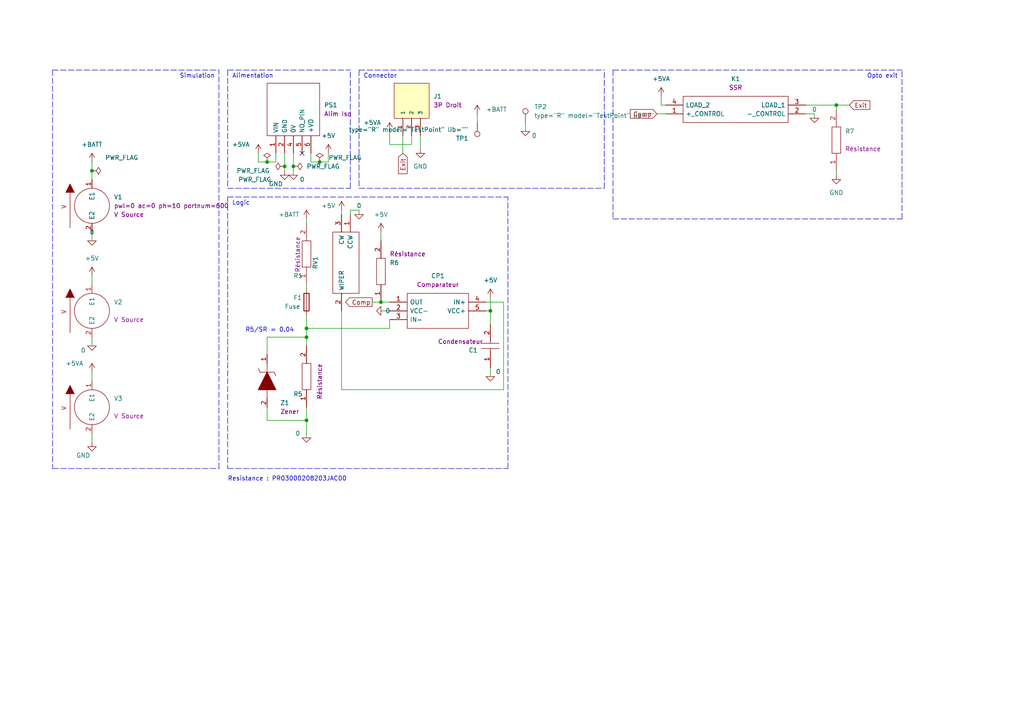
<source format=kicad_sch>
(kicad_sch (version 20211123) (generator eeschema)
  (paper "A4")
  (lib_symbols
    (symbol "Device:Fuse" (pin_numbers hide) (pin_names (offset 0))
      (property "Reference" "F" (at 2.032 0 90))
      (property "Value" "Fuse" (at -1.905 0 90))
      (symbol "Fuse_0_1"
        (rectangle (start -0.762 -2.54) (end 0.762 2.54) (stroke (width 0.254)))
        (polyline (pts (xy 0 2.54) (xy 0 -2.54)))
      )
      (symbol "Fuse_1_1"
        (pin passive line (at 0 3.81 270) (length 1.27) (name "~") (number "1"))
        (pin passive line (at 0 -3.81 90) (length 1.27) (name "~") (number "2"))
      )
    )
    (symbol "EPSA_lib:3P Droit 22-11-2032" (pin_names (offset 1.016))
      (property "Reference" "J" (at 6.35 7.62 0))
      (property "Render Name" "3P Droit" (at 0 6.35 0))
      (symbol "3P Droit 22-11-2032_0_0"
        (rectangle (start -5.08 -5.08) (end 5.08 5.08) (stroke (width 0.1524)) (fill (type background)))
        (pin passive line (at -10.16 2.54 0) (length 5.08) (name "1") (number "1"))
        (pin passive line (at -10.16 0 0) (length 5.08) (name "2") (number "2"))
        (pin passive line (at -10.16 -2.54 0) (length 5.08) (name "3") (number "3"))
      )
    )
    (symbol "EPSA_lib:Alim Iso PDM2-S5-S5-S" (pin_names (offset 0.762))
      (property "Reference" "PS" (at 21.59 6.35 0))
      (property "Render Name" "Alim Iso" (at 12.7 3.81 0))
      (symbol "Alim Iso PDM2-S5-S5-S_0_0"
        (pin passive line (at 0 0 0) (length 5.08) (name "VIN") (number "1"))
        (pin passive line (at 0 -2.54 0) (length 5.08) (name "GND") (number "2"))
        (pin passive line (at 0 -5.08 0) (length 5.08) (name "0V") (number "4"))
        (pin passive line (at 0 -7.62 0) (length 5.08) (name "NO_PIN") (number "5"))
        (pin passive line (at 0 -10.16 0) (length 5.08) (name "+VO") (number "6"))
      )
      (symbol "Alim Iso PDM2-S5-S5-S_0_1"
        (polyline (pts (xy 5.08 2.54) (xy 20.32 2.54) (xy 20.32 -12.7) (xy 5.08 -12.7) (xy 5.08 2.54)) (stroke (width 0.1524)))
      )
    )
    (symbol "EPSA_lib:Comparateur TS391ILT" (pin_names (offset 0.762))
      (property "Reference" "CP" (at 35.56 8.89 0))
      (property "Render Name" "Comparateur" (at 13.97 3.81 0))
      (symbol "Comparateur TS391ILT_0_0"
        (pin passive line (at 0 0 0) (length 5.08) (name "OUT") (number "1"))
        (pin passive line (at 0 -2.54 0) (length 5.08) (name "VCC-") (number "2"))
        (pin passive line (at 0 -5.08 0) (length 5.08) (name "IN-") (number "3"))
        (pin passive line (at 27.94 0 180) (length 5.08) (name "IN+") (number "4"))
        (pin passive line (at 27.94 -2.54 180) (length 5.08) (name "VCC+") (number "5"))
      )
      (symbol "Comparateur TS391ILT_0_1"
        (polyline (pts (xy 5.08 2.54) (xy 22.86 2.54) (xy 22.86 -7.62) (xy 5.08 -7.62) (xy 5.08 2.54)) (stroke (width 0.1524)))
      )
    )
    (symbol "EPSA_lib:Condensateur 0805Y1000104JXT" (pin_names (offset 0.762))
      (property "Reference" "C" (at 20.32 5.08 0))
      (property "Spice_Model" "10" (at 5.08 6.35 0))
      (property "Render Name" "Condensateur" (at 6.35 3.81 0))
      (symbol "Condensateur 0805Y1000104JXT_0_0"
        (pin passive line (at 0 0 0) (length 5.08) (name "~") (number "1"))
        (pin passive line (at 12.7 0 180) (length 5.08) (name "~") (number "2"))
      )
      (symbol "Condensateur 0805Y1000104JXT_0_1"
        (polyline (pts (xy 5.08 0) (xy 5.588 0)) (stroke (width 0.1524)))
        (polyline (pts (xy 5.588 2.54) (xy 5.588 -2.54)) (stroke (width 0.1524)))
        (polyline (pts (xy 7.112 0) (xy 7.62 0)) (stroke (width 0.1524)))
        (polyline (pts (xy 7.112 2.54) (xy 7.112 -2.54)) (stroke (width 0.1524)))
      )
    )
    (symbol "EPSA_lib:Résistance RK73H2BLTDD2152F" (pin_names (offset 0.762))
      (property "Reference" "R" (at 25.4 5.08 0))
      (property "Spice_Model" "10" (at 7.62 5.08 0))
      (property "Render Name" "Résistance" (at 8.89 2.54 0))
      (symbol "Résistance RK73H2BLTDD2152F_0_0"
        (pin passive line (at 0 0 0) (length 5.08) (name "~") (number "1"))
        (pin passive line (at 17.78 0 180) (length 5.08) (name "~") (number "2"))
      )
      (symbol "Résistance RK73H2BLTDD2152F_0_1"
        (polyline (pts (xy 5.08 1.27) (xy 12.7 1.27) (xy 12.7 -1.27) (xy 5.08 -1.27) (xy 5.08 1.27)) (stroke (width 0.1524)))
      )
    )
    (symbol "EPSA_lib:SSR CPC1394GR" (pin_names (offset 0.762))
      (property "Reference" "K" (at 48.26 7.62 0))
      (property "Render Name" "SSR" (at 19.05 3.81 0))
      (symbol "SSR CPC1394GR_0_0"
        (pin passive line (at 0 -2.54 0) (length 5.08) (name "+_CONTROL") (number "1"))
        (pin passive line (at 40.64 -2.54 180) (length 5.08) (name "-_CONTROL") (number "2"))
        (pin passive line (at 40.64 0 180) (length 5.08) (name "LOAD_1") (number "3"))
        (pin passive line (at 0 0 0) (length 5.08) (name "LOAD_2") (number "4"))
      )
      (symbol "SSR CPC1394GR_0_1"
        (polyline (pts (xy 5.08 2.54) (xy 35.56 2.54) (xy 35.56 -5.08) (xy 5.08 -5.08) (xy 5.08 2.54)) (stroke (width 0.1524)))
      )
    )
    (symbol "EPSA_lib:TestPoint" (pin_numbers hide) (pin_names (offset 0.762) hide)
      (property "Reference" "TP" (at 0 6.858 0))
      (property "Value" "TestPoint" (at 0 5.08 0))
      (symbol "TestPoint_0_1"
        (circle (center 0 3.302) (radius 0.762))
      )
      (symbol "TestPoint_1_1"
        (pin passive line (at 0 0 90) (length 2.54) (name "1") (number "1"))
      )
    )
    (symbol "EPSA_lib:VSOURCE" (pin_names (offset 1.016)) (in_bom no) (on_board no)
      (property "Reference" "V" (at 8.89 12.7 0))
      (property "Spice_Model" "dc 5" (at -1.27 12.7 0))
      (property "Render Name" "V Source" (at -1.27 10.16 0))
      (symbol "VSOURCE_0_1"
        (circle (center -1.27 0) (radius 5.08))
        (polyline (pts (xy -7.62 6.35) (xy 2.54 6.35)) (fill (type outline)))
        (polyline (pts (xy 2.54 7.62) (xy 5.08 6.35) (xy 2.54 5.08)) (fill (type outline)))
        (text "V" (at -1.524 8.128 0) (effects (font (size 1.27 1.27))))
      )
      (symbol "VSOURCE_1_1"
        (pin input line (at 6.35 0 180) (length 2.54) (name "E1") (number "1"))
        (pin input line (at -8.89 0 0) (length 2.54) (name "E2") (number "2"))
      )
    )
    (symbol "EPSA_lib:Varystor 3296Y-1-223LF" (pin_names (offset 0.762))
      (property "Reference" "RV" (at 34.29 7.62 0))
      (property "Render Name" "Varystor" (at 13.97 3.81 0))
      (symbol "Varystor 3296Y-1-223LF_0_0"
        (pin passive line (at 27.94 -2.54 180) (length 5.08) (name "CCW") (number "1"))
        (pin passive line (at 0 0 0) (length 5.08) (name "WIPER") (number "2"))
        (pin passive line (at 27.94 0 180) (length 5.08) (name "CW") (number "3"))
      )
      (symbol "Varystor 3296Y-1-223LF_0_1"
        (polyline (pts (xy 5.08 2.54) (xy 22.86 2.54) (xy 22.86 -5.08) (xy 5.08 -5.08) (xy 5.08 2.54)) (stroke (width 0.1524)))
      )
    )
    (symbol "EPSA_lib:Zener TZM5224B-GS08" (pin_names (offset 0.762))
      (property "Reference" "Z" (at 5.08 6.35 0))
      (property "Titre" "Zener" (at 6.35 3.81 0))
      (symbol "Zener TZM5224B-GS08_0_0"
        (pin passive line (at 0 0 0) (length 2.54) (name "~") (number "1"))
        (pin passive line (at 15.24 0 180) (length 2.54) (name "~") (number "2"))
      )
      (symbol "Zener TZM5224B-GS08_0_1"
        (polyline (pts (xy 2.54 0) (xy 5.08 0)) (stroke (width 0.1524)))
        (polyline (pts (xy 4.064 -2.54) (xy 5.08 -2.032)) (stroke (width 0.1524)))
        (polyline (pts (xy 5.08 2.032) (xy 5.08 -2.032)) (stroke (width 0.1524)))
        (polyline (pts (xy 5.08 2.032) (xy 6.096 2.54)) (stroke (width 0.1524)))
        (polyline (pts (xy 12.7 0) (xy 10.16 0)) (stroke (width 0.1524)))
        (polyline (pts (xy 5.08 0) (xy 10.16 2.54) (xy 10.16 -2.54) (xy 5.08 0)) (stroke (width 0.254)) (fill (type outline)))
      )
    )
    (symbol "power:+5V" (power) (pin_names (offset 0))
      (property "Value" "+5V" (at 0 3.556 0))
      (symbol "+5V_0_1"
        (polyline (pts (xy -0.762 1.27) (xy 0 2.54)))
        (polyline (pts (xy 0 0) (xy 0 2.54)))
        (polyline (pts (xy 0 2.54) (xy 0.762 1.27)))
      )
      (symbol "+5V_1_1"
        (pin power_in line (at 0 0 90) (length 0) hide (name "+5V") (number "1"))
      )
    )
    (symbol "power:+5VA" (power) (pin_names (offset 0))
      (property "Value" "+5VA" (at 0 3.556 0))
      (symbol "+5VA_0_1"
        (polyline (pts (xy -0.762 1.27) (xy 0 2.54)))
        (polyline (pts (xy 0 0) (xy 0 2.54)))
        (polyline (pts (xy 0 2.54) (xy 0.762 1.27)))
      )
      (symbol "+5VA_1_1"
        (pin power_in line (at 0 0 90) (length 0) hide (name "+5VA") (number "1"))
      )
    )
    (symbol "power:+BATT" (power) (pin_names (offset 0))
      (property "Value" "+BATT" (at 0 3.556 0))
      (symbol "+BATT_0_1"
        (polyline (pts (xy -0.762 1.27) (xy 0 2.54)))
        (polyline (pts (xy 0 0) (xy 0 2.54)))
        (polyline (pts (xy 0 2.54) (xy 0.762 1.27)))
      )
      (symbol "+BATT_1_1"
        (pin power_in line (at 0 0 90) (length 0) hide (name "+BATT") (number "1"))
      )
    )
    (symbol "power:GND" (power) (pin_names (offset 0))
      (property "Value" "GND" (at 0 -3.81 0))
      (symbol "GND_0_1"
        (polyline (pts (xy 0 0) (xy 0 -1.27) (xy 1.27 -1.27) (xy 0 -2.54) (xy -1.27 -1.27) (xy 0 -1.27)))
      )
      (symbol "GND_1_1"
        (pin power_in line (at 0 0 270) (length 0) hide (name "GND") (number "1"))
      )
    )
    (symbol "power:PWR_FLAG" (power) (pin_numbers hide) (pin_names (offset 0) hide)
      (property "Value" "PWR_FLAG" (at 0 3.81 0))
      (symbol "PWR_FLAG_0_0"
        (pin power_out line (at 0 0 90) (length 0) (name "pwr") (number "1"))
      )
      (symbol "PWR_FLAG_0_1"
        (polyline (pts (xy 0 0) (xy 0 1.27) (xy -1.016 1.905) (xy 0 2.54) (xy 1.016 1.905) (xy 0 1.27)))
      )
    )
    (symbol "pspice:0" (power) (pin_names (offset 0))
      (property "Value" "0" (at 0 -1.778 0))
      (symbol "0_0_1"
        (polyline (pts (xy -1.27 0) (xy 0 -1.27) (xy 1.27 0) (xy -1.27 0)))
      )
      (symbol "0_1_1"
        (pin power_in line (at 0 0 0) (length 0) hide (name "0") (number "1"))
      )
    )
  )
  (junction (at 26.67 49.53))
  (junction (at 110.49 87.63))
  (junction (at 85.09 48.26))
  (junction (at 88.9 121.92))
  (junction (at 142.24 90.17))
  (junction (at 77.47 46.99))
  (junction (at 92.71 46.99))
  (junction (at 88.9 95.25))
  (junction (at 242.57 30.48))
  (junction (at 82.55 48.26))
  (junction (at 88.9 97.79))
  (no_connect (at 87.63 44.45))
  (polyline (pts (xy 66.04 54.61) (xy 101.6 54.61)))
  (wire (pts (xy 113.03 95.25) (xy 113.03 92.71)))
  (polyline (pts (xy 66.04 135.89) (xy 147.32 135.89)))
  (wire (pts (xy 152.4 35.56) (xy 152.4 38.1)))
  (wire (pts (xy 88.9 95.25) (xy 88.9 97.79)))
  (wire (pts (xy 88.9 118.11) (xy 88.9 121.92)))
  (wire (pts (xy 85.09 44.45) (xy 85.09 48.26)))
  (wire (pts (xy 142.24 86.36) (xy 142.24 90.17)))
  (wire (pts (xy 88.9 91.44) (xy 88.9 95.25)))
  (wire (pts (xy 242.57 49.53) (xy 242.57 50.8)))
  (wire (pts (xy 146.05 113.03) (xy 146.05 87.63)))
  (wire (pts (xy 242.57 30.48) (xy 246.38 30.48)))
  (wire (pts (xy 95.25 44.45) (xy 95.25 46.99)))
  (wire (pts (xy 26.67 125.73) (xy 26.67 128.27)))
  (polyline (pts (xy 104.14 20.32) (xy 104.14 54.61)))
  (wire (pts (xy 26.67 97.79) (xy 26.67 100.33)))
  (polyline (pts (xy 177.8 20.32) (xy 177.8 63.5)))
  (wire (pts (xy 26.67 46.99) (xy 26.67 49.53)))
  (polyline (pts (xy 66.04 57.15) (xy 66.04 135.89)))
  (wire (pts (xy 146.05 87.63) (xy 140.97 87.63)))
  (wire (pts (xy 99.06 113.03) (xy 146.05 113.03)))
  (wire (pts (xy 99.06 90.17) (xy 99.06 113.03)))
  (wire (pts (xy 88.9 63.5) (xy 88.9 64.77)))
  (wire (pts (xy 190.5 33.02) (xy 193.04 33.02)))
  (wire (pts (xy 88.9 95.25) (xy 113.03 95.25)))
  (wire (pts (xy 113.03 90.17) (xy 110.49 90.17)))
  (wire (pts (xy 142.24 106.68) (xy 142.24 109.22)))
  (wire (pts (xy 113.03 41.91) (xy 119.38 41.91)))
  (polyline (pts (xy 104.14 20.32) (xy 175.26 20.32)))
  (polyline (pts (xy 15.24 20.32) (xy 15.24 135.89)))
  (polyline (pts (xy 104.14 54.61) (xy 175.26 54.61)))
  (wire (pts (xy 101.6 60.96) (xy 104.14 60.96)))
  (wire (pts (xy 92.71 46.99) (xy 95.25 46.99)))
  (wire (pts (xy 88.9 121.92) (xy 88.9 127)))
  (polyline (pts (xy 63.5 135.89) (xy 63.5 20.32)))
  (wire (pts (xy 82.55 48.26) (xy 82.55 49.53)))
  (wire (pts (xy 142.24 90.17) (xy 142.24 93.98)))
  (wire (pts (xy 110.49 67.31) (xy 110.49 69.85)))
  (polyline (pts (xy 175.26 54.61) (xy 175.26 20.32)))
  (wire (pts (xy 110.49 87.63) (xy 113.03 87.63)))
  (wire (pts (xy 85.09 48.26) (xy 85.09 50.8)))
  (polyline (pts (xy 177.8 20.32) (xy 261.62 20.32)))
  (polyline (pts (xy 101.6 54.61) (xy 101.6 20.32)))
  (wire (pts (xy 80.01 46.99) (xy 80.01 44.45)))
  (wire (pts (xy 233.68 33.02) (xy 236.22 33.02)))
  (wire (pts (xy 74.93 46.99) (xy 77.47 46.99)))
  (polyline (pts (xy 147.32 135.89) (xy 147.32 57.15)))
  (wire (pts (xy 113.03 38.1) (xy 113.03 41.91)))
  (wire (pts (xy 191.77 30.48) (xy 193.04 30.48)))
  (wire (pts (xy 104.14 60.96) (xy 104.14 62.23)))
  (wire (pts (xy 77.47 97.79) (xy 77.47 102.87)))
  (polyline (pts (xy 66.04 20.32) (xy 101.6 20.32)))
  (polyline (pts (xy 66.04 20.32) (xy 66.04 54.61)))
  (wire (pts (xy 101.6 60.96) (xy 101.6 62.23)))
  (wire (pts (xy 88.9 82.55) (xy 88.9 83.82)))
  (wire (pts (xy 26.67 67.31) (xy 26.67 69.85)))
  (wire (pts (xy 90.17 46.99) (xy 92.71 46.99)))
  (wire (pts (xy 233.68 30.48) (xy 242.57 30.48)))
  (wire (pts (xy 140.97 90.17) (xy 142.24 90.17)))
  (polyline (pts (xy 261.62 63.5) (xy 261.62 20.32)))
  (wire (pts (xy 74.93 44.45) (xy 74.93 46.99)))
  (wire (pts (xy 77.47 118.11) (xy 77.47 121.92)))
  (wire (pts (xy 138.43 33.02) (xy 138.43 35.56)))
  (wire (pts (xy 236.22 33.02) (xy 236.22 34.29)))
  (wire (pts (xy 88.9 100.33) (xy 88.9 97.79)))
  (polyline (pts (xy 66.04 57.15) (xy 147.32 57.15)))
  (wire (pts (xy 242.57 31.75) (xy 242.57 30.48)))
  (wire (pts (xy 121.92 39.37) (xy 121.92 43.18)))
  (wire (pts (xy 90.17 44.45) (xy 90.17 46.99)))
  (wire (pts (xy 77.47 97.79) (xy 88.9 97.79)))
  (wire (pts (xy 26.67 49.53) (xy 26.67 52.07)))
  (wire (pts (xy 116.84 39.37) (xy 116.84 44.45)))
  (wire (pts (xy 88.9 121.92) (xy 77.47 121.92)))
  (wire (pts (xy 99.06 60.96) (xy 99.06 62.23)))
  (polyline (pts (xy 15.24 135.89) (xy 63.5 135.89)))
  (wire (pts (xy 82.55 44.45) (xy 82.55 48.26)))
  (wire (pts (xy 119.38 41.91) (xy 119.38 39.37)))
  (polyline (pts (xy 15.24 20.32) (xy 63.5 20.32)))
  (wire (pts (xy 191.77 27.94) (xy 191.77 30.48)))
  (wire (pts (xy 77.47 46.99) (xy 80.01 46.99)))
  (wire (pts (xy 107.95 87.63) (xy 110.49 87.63)))
  (wire (pts (xy 26.67 80.01) (xy 26.67 82.55)))
  (polyline (pts (xy 177.8 63.5) (xy 261.62 63.5)))
  (wire (pts (xy 26.67 107.95) (xy 26.67 110.49)))
  (text "Connector" (at 105.41 22.86 0) (effects (font (size 1.27 1.27)) (justify left bottom)))
  (text "R5/SR = 0.04" (at 71.12 96.52 0) (effects (font (size 1.27 1.27)) (justify left bottom)))
  (text "Alimentation" (at 67.31 22.86 0) (effects (font (size 1.27 1.27)) (justify left bottom)))
  (text "Opto exit" (at 251.46 22.86 0) (effects (font (size 1.27 1.27)) (justify left bottom)))
  (text "Simulation" (at 52.07 22.86 0) (effects (font (size 1.27 1.27)) (justify left bottom)))
  (text "Resistance : PR03000208203JAC00" (at 66.04 139.7 0) (effects (font (size 1.27 1.27)) (justify left bottom)))
  (text "Logic " (at 67.31 59.69 0) (effects (font (size 1.27 1.27)) (justify left bottom)))
  (global_label "Exit" (shape input) (at 116.84 44.45 270) (property "Intersheet References" "${INTERSHEET_REFS}" (effects hide)))
  (global_label "Comp" (shape input) (at 190.5 33.02 180) (property "Intersheet References" "${INTERSHEET_REFS}" (effects hide)))
  (global_label "Exit" (shape input) (at 246.38 30.48 0) (property "Intersheet References" "${INTERSHEET_REFS}" (effects hide)))
  (global_label "Comp" (shape output) (at 107.95 87.63 180) (property "Intersheet References" "${INTERSHEET_REFS}" (effects hide)))
  (symbol (lib_id "EPSA_lib:VSOURCE") (at 26.67 116.84 90) (unit 1) (in_bom no) (on_board no)
    (property "Reference" "V3" (at 33.02 115.5699 90) (effects (justify right)))
    (property "Value" "VSOURCE" (effects hide))
    (property "Spice_Primitive" "V" (effects hide))
    (property "Spice_Model" "dc 5" (at 33.02 118.1099 90) (effects (justify right)))
    (property "Spice_Netlist_Enabled" "Y" (effects hide))
    (property "Render Name" "V Source" (at 33.02 120.6499 90) (effects (justify right)))
  )
  (symbol (lib_id "power:PWR_FLAG") (at 26.67 49.53 270) (unit 1)
    (property "Reference" "#FLG0105" (effects hide))
    (property "Value" "PWR_FLAG" (at 30.48 45.72 90) (effects (justify left)))
  )
  (symbol (lib_id "EPSA_lib:Condensateur 0805Y1000104JXT") (at 142.24 106.68 90) (unit 1)
    (property "Reference" "C1" (at 135.89 101.6 90) (effects (justify right)))
    (property "Value" "Condensateur 0805Y1000104JXT" (effects hide))
    (property "Footprint" "EPSA_lib:CAPC2012X130N" (effects hide))
    (property "Datasheet" "http://docs-europe.electrocomponents.com/webdocs/119d/0900766b8119d7bc.pdf" (effects hide))
    (property "Description" "Syfer 0805 Ceramic Chip Capacitors" (effects hide))
    (property "Height" "1.3" (effects hide))
    (property "Manufacturer_Name" "Syfer" (effects hide))
    (property "Manufacturer_Part_Number" "0805Y1000104JXT" (effects hide))
    (property "Arrow Part Number" "0805Y1000104JXT" (effects hide))
    (property "Arrow Price/Stock" "https://www.arrow.com/en/products/0805y1000104jxt/syfer-technology?region=europe" (effects hide))
    (property "Spice_Primitive" "C" (effects hide))
    (property "Spice_Model" "10n" (at 134.62 104.14 90) (effects (justify right)))
    (property "Spice_Netlist_Enabled" "N" (effects hide))
    (property "Render Name" "Condensateur" (at 127 99.06 90) (effects (justify right)))
  )
  (symbol (lib_id "EPSA_lib:3P Droit 22-11-2032") (at 119.38 29.21 90) (unit 1)
    (property "Reference" "J1" (at 125.73 27.9399 90) (effects (justify right)))
    (property "Value" "3P Droit 22-11-2032" (effects hide))
    (property "Footprint" "EPSA_lib:MOLEX_22-11-2032" (effects hide))
    (property "STANDARD" "Manufacturer recommendations" (effects hide))
    (property "PARTREV" "BD8" (effects hide))
    (property "MAXIMUM_PACKAGE_HEIGHT" "10.66mm" (effects hide))
    (property "MANUFACTURER" "Molex" (effects hide))
    (property "Spice_Primitive" "J" (effects hide))
    (property "Spice_Model" "22-11-2032" (effects hide))
    (property "Spice_Netlist_Enabled" "N" (effects hide))
    (property "Render Name" "3P Droit" (at 125.73 30.4799 90) (effects (justify right)))
  )
  (symbol (lib_id "pspice:0") (at 104.14 62.23 0) (unit 1)
    (property "Reference" "#GND05" (effects hide))
    (property "Value" "0" (at 104.14 59.69 0))
  )
  (symbol (lib_id "power:+5VA") (at 113.03 38.1 0) (unit 1)
    (property "Reference" "#PWR012" (effects hide))
    (property "Value" "+5VA" (at 107.95 35.56 0))
  )
  (symbol (lib_id "pspice:0") (at 142.24 109.22 0) (unit 1)
    (property "Reference" "#GND09" (effects hide))
    (property "Value" "0" (at 144.4942 107.8231 0))
  )
  (symbol (lib_id "power:+5V") (at 95.25 44.45 0) (unit 1)
    (property "Reference" "#PWR011" (effects hide))
    (property "Value" "+5V" (at 95.25 39.37 0))
  )
  (symbol (lib_id "EPSA_lib:Zener TZM5224B-GS08") (at 77.47 102.87 270) (unit 1)
    (property "Reference" "Z1" (at 81.28 116.8399 90) (effects (justify left)))
    (property "Value" "Zener TZM5224B-GS08" (effects hide))
    (property "Footprint" "Diode_SMD:D_MiniMELF" (effects hide))
    (property "Datasheet" "https://www.mouser.co.uk/datasheet/2/427/tzm5221-103146.pdf" (effects hide))
    (property "Description" "Vishay TZM5224B-GS08 Zener Diode, 2.8V 5% 500 mW SMT 2-Pin SOD-80" (effects hide))
    (property "Height" "1.6" (effects hide))
    (property "Manufacturer_Name" "Vishay" (effects hide))
    (property "Manufacturer_Part_Number" "TZM5224B-GS08" (effects hide))
    (property "Mouser Part Number" "78-TZM5224B" (effects hide))
    (property "Mouser Price/Stock" "https://www.mouser.co.uk/ProductDetail/Vishay-Semiconductors/TZM5224B-GS08?qs=25SNtymhSqPc9I2zbkn61Q%3D%3D" (effects hide))
    (property "Titre" "Zener" (at 81.28 119.3799 90) (effects (justify left)))
    (property "Spice_Primitive" "X" (effects hide))
    (property "Spice_Model" "DI_BZT52C2V4" (effects hide))
    (property "Spice_Netlist_Enabled" "Y" (effects hide))
    (property "Spice_Lib_File" "${EPSA}\\SpiceModel\\Zener.lib" (effects hide))
    (property "Spice_Node_Sequence" "2 1" (effects hide))
  )
  (symbol (lib_id "EPSA_lib:VSOURCE") (at 26.67 58.42 90) (unit 1) (in_bom no) (on_board no)
    (property "Reference" "V1" (at 33.02 57.1499 90) (effects (justify right)))
    (property "Value" "VSOURCE" (effects hide))
    (property "Spice_Primitive" "V" (effects hide))
    (property "Spice_Model" "pwl(0 0 10 600)" (at 33.02 59.6899 90) (effects (justify right)))
    (property "Spice_Netlist_Enabled" "Y" (effects hide))
    (property "Render Name" "V Source" (at 33.02 62.2299 90) (effects (justify right)))
  )
  (symbol (lib_id "pspice:0") (at 110.49 90.17 270) (unit 1)
    (property "Reference" "#GND04" (effects hide))
    (property "Value" "0" (at 111.76 90.1699 90) (effects (justify left)))
  )
  (symbol (lib_id "EPSA_lib:TestPoint") (at 138.43 35.56 180) (unit 1)
    (property "Reference" "TP1" (at 135.89 40.1321 0) (effects (justify left)))
    (property "Value" "TestPoint" (at 135.89 37.5921 0) (effects (justify left)))
    (property "Footprint" "Connector_Wire:SolderWire-2.5sqmm_1x01_D2.4mm_OD3.6mm" (effects hide))
    (property "Spice_Primitive" "R" (effects hide))
    (property "Spice_Netlist_Enabled" "N" (effects hide))
  )
  (symbol (lib_id "Device:Fuse") (at 88.9 87.63 0) (unit 1)
    (property "Reference" "F1" (at 85.09 86.36 0) (effects (justify left)))
    (property "Value" "Fuse" (at 82.55 88.9 0) (effects (justify left)))
    (property "Footprint" "EPSA_lib:0PTF0078P" (effects hide))
  )
  (symbol (lib_id "power:+5VA") (at 74.93 44.45 0) (unit 1)
    (property "Reference" "#PWR08" (effects hide))
    (property "Value" "+5VA" (at 69.85 41.91 0))
  )
  (symbol (lib_id "power:PWR_FLAG") (at 82.55 48.26 90) (unit 1)
    (property "Reference" "#FLG0102" (effects hide))
    (property "Value" "PWR_FLAG" (at 78.74 52.07 90) (effects (justify left)))
  )
  (symbol (lib_id "EPSA_lib:Résistance RK73H2BLTDD2152F") (at 110.49 87.63 90) (unit 1)
    (property "Reference" "R6" (at 113.03 76.1999 90) (effects (justify right)))
    (property "Value" "Résistance RK73H2BLTDD2152F" (effects hide))
    (property "Footprint" "EPSA_lib:RESC3216X70N" (effects hide))
    (property "Datasheet" "http://www.koaspeer.com/catimages/Products/RK73H/RK73H.pdf" (effects hide))
    (property "Description" "Thick Film Resistors - SMD" (effects hide))
    (property "Height" "0.7" (effects hide))
    (property "Manufacturer_Name" "KOA Speer" (effects hide))
    (property "Manufacturer_Part_Number" "RK73H2BLTDD2152F" (effects hide))
    (property "Mouser Part Number" "N/A" (effects hide))
    (property "Mouser Price/Stock" "https://www.mouser.co.uk/ProductDetail/KOA-Speer/RK73H2BLTDD2152F?qs=WeIALVmW3zmyxMFsjVzMRw%3D%3D" (effects hide))
    (property "Spice_Primitive" "R" (effects hide))
    (property "Spice_Model" "2k6" (at 113.03 78.7399 90) (effects (justify right)))
    (property "Spice_Netlist_Enabled" "Y" (effects hide))
    (property "Render Name" "Résistance" (at 113.03 73.66 90) (effects (justify right)))
  )
  (symbol (lib_id "power:+5V") (at 26.67 80.01 0) (unit 1)
    (property "Reference" "#PWR02" (effects hide))
    (property "Value" "+5V" (at 26.67 74.93 0))
  )
  (symbol (lib_id "power:+BATT") (at 26.67 46.99 0) (unit 1)
    (property "Reference" "#PWR01" (effects hide))
    (property "Value" "+BATT" (at 26.67 41.91 0))
  )
  (symbol (lib_id "pspice:0") (at 152.4 38.1 0) (unit 1)
    (property "Reference" "#GND08" (effects hide))
    (property "Value" "0" (at 154.94 39.37 0))
  )
  (symbol (lib_id "pspice:0") (at 88.9 127 0) (unit 1)
    (property "Reference" "#GND03" (effects hide))
    (property "Value" "0" (at 86.36 125.73 0))
  )
  (symbol (lib_id "power:GND") (at 121.92 43.18 0) (unit 1)
    (property "Reference" "#PWR013" (effects hide))
    (property "Value" "GND" (at 121.92 48.26 0))
  )
  (symbol (lib_id "power:PWR_FLAG") (at 77.47 46.99 0) (unit 1)
    (property "Reference" "#FLG0104" (effects hide))
    (property "Value" "PWR_FLAG" (at 68.58 49.53 0) (effects (justify left)))
  )
  (symbol (lib_id "pspice:0") (at 26.67 69.85 0) (unit 1)
    (property "Reference" "#GND01" (effects hide))
    (property "Value" "0" (at 26.67 67.31 0))
  )
  (symbol (lib_id "power:+BATT") (at 138.43 33.02 0) (unit 1)
    (property "Reference" "#PWR016" (effects hide))
    (property "Value" "+BATT" (at 140.97 31.7499 0) (effects (justify left)))
  )
  (symbol (lib_id "EPSA_lib:Alim Iso PDM2-S5-S5-S") (at 80.01 44.45 90) (unit 1)
    (property "Reference" "PS1" (at 93.98 30.4799 90) (effects (justify right)))
    (property "Value" "Alim Iso PDM2-S5-S5-S" (effects hide))
    (property "Footprint" "EPSA_lib:PDM2S5S5S" (effects hide))
    (property "Datasheet" "https://datasheet.datasheetarchive.com/originals/distributors/Datasheets-SFU1/DSASFU10006714.pdf" (effects hide))
    (property "Description" "Isolated DC/DC Converters Isolated Board Mount DC-DC Cnvrt 5vdc 2W" (effects hide))
    (property "Height" "10.41" (effects hide))
    (property "Manufacturer_Name" "CUI Inc." (effects hide))
    (property "Manufacturer_Part_Number" "PDM2-S5-S5-S" (effects hide))
    (property "Mouser Part Number" "490-PDM2-S5-S5-S" (effects hide))
    (property "Mouser Price/Stock" "https://www.mouser.co.uk/ProductDetail/CUI-Inc/PDM2-S5-S5-S?qs=WyjlAZoYn51BO%2Fgga81j2w%3D%3D" (effects hide))
    (property "Spice_Primitive" "R" (effects hide))
    (property "Spice_Netlist_Enabled" "N" (effects hide))
    (property "Spice_Model" "Alim Iso PDM2-S5-S5-S" (effects hide))
    (property "Render Name" "Alim Iso" (at 93.98 33.0199 90) (effects (justify right)))
  )
  (symbol (lib_id "power:GND") (at 26.67 128.27 0) (unit 1)
    (property "Reference" "#PWR04" (effects hide))
    (property "Value" "GND" (at 24.13 132.08 0))
  )
  (symbol (lib_id "power:+5V") (at 110.49 67.31 0) (unit 1)
    (property "Reference" "#PWR014" (effects hide))
    (property "Value" "+5V" (at 110.49 62.23 0))
  )
  (symbol (lib_id "EPSA_lib:VSOURCE") (at 26.67 88.9 90) (unit 1) (in_bom no) (on_board no)
    (property "Reference" "V2" (at 33.02 87.6299 90) (effects (justify right)))
    (property "Value" "VSOURCE" (effects hide))
    (property "Spice_Primitive" "V" (effects hide))
    (property "Spice_Model" "dc 5" (at 33.02 90.1699 90) (effects (justify right)))
    (property "Spice_Netlist_Enabled" "Y" (effects hide))
    (property "Render Name" "V Source" (at 33.02 92.7099 90) (effects (justify right)))
  )
  (symbol (lib_id "EPSA_lib:Résistance RK73H2BLTDD2152F") (at 88.9 82.55 90) (unit 1)
    (property "Reference" "R1" (at 85.09 80.01 90) (effects (justify right)))
    (property "Value" "Résistance RK73H2BLTDD2152F" (effects hide))
    (property "Footprint" "Resistor_THT:R_Axial_DIN0617_L17.0mm_D6.0mm_P20.32mm_Horizontal" (effects hide))
    (property "Datasheet" "http://www.koaspeer.com/catimages/Products/RK73H/RK73H.pdf" (effects hide))
    (property "Description" "Thick Film Resistors - SMD" (effects hide))
    (property "Height" "0.7" (effects hide))
    (property "Manufacturer_Name" "KOA Speer" (effects hide))
    (property "Manufacturer_Part_Number" "RK73H2BLTDD2152F" (effects hide))
    (property "Mouser Part Number" "N/A" (effects hide))
    (property "Mouser Price/Stock" "https://www.mouser.co.uk/ProductDetail/KOA-Speer/RK73H2BLTDD2152F?qs=WeIALVmW3zmyxMFsjVzMRw%3D%3D" (effects hide))
    (property "Spice_Primitive" "R" (effects hide))
    (property "Spice_Model" "820k" (at 88.7507 71.6803 0) (effects (justify right)))
    (property "Spice_Netlist_Enabled" "Y" (effects hide))
    (property "Render Name" "Résistance" (at 86.36 68.58 0) (effects (justify right)))
  )
  (symbol (lib_id "power:GND") (at 82.55 49.53 0) (unit 1)
    (property "Reference" "#PWR010" (effects hide))
    (property "Value" "GND" (at 80.01 53.34 0))
  )
  (symbol (lib_id "power:PWR_FLAG") (at 85.09 48.26 270) (unit 1)
    (property "Reference" "#FLG0103" (effects hide))
    (property "Value" "PWR_FLAG" (at 88.9 48.2599 90) (effects (justify left)))
  )
  (symbol (lib_id "pspice:0") (at 236.22 34.29 0) (unit 1)
    (property "Reference" "#GND07" (effects hide))
    (property "Value" "0" (at 236.22 31.75 0))
  )
  (symbol (lib_id "EPSA_lib:Résistance RK73H2BLTDD2152F") (at 88.9 118.11 90) (unit 1)
    (property "Reference" "R5" (at 85.09 114.3 90) (effects (justify right)))
    (property "Value" "Résistance RK73H2BLTDD2152F" (effects hide))
    (property "Footprint" "EPSA_lib:RESC3216X70N" (effects hide))
    (property "Datasheet" "http://www.koaspeer.com/catimages/Products/RK73H/RK73H.pdf" (effects hide))
    (property "Description" "Thick Film Resistors - SMD" (effects hide))
    (property "Height" "0.7" (effects hide))
    (property "Manufacturer_Name" "KOA Speer" (effects hide))
    (property "Manufacturer_Part_Number" "RK73H2BLTDD2152F" (effects hide))
    (property "Mouser Part Number" "N/A" (effects hide))
    (property "Mouser Price/Stock" "https://www.mouser.co.uk/ProductDetail/KOA-Speer/RK73H2BLTDD2152F?qs=WeIALVmW3zmyxMFsjVzMRw%3D%3D" (effects hide))
    (property "Spice_Primitive" "R" (effects hide))
    (property "Spice_Model" "32k" (at 91.44 102.87 90) (effects (justify right)))
    (property "Spice_Netlist_Enabled" "Y" (effects hide))
    (property "Render Name" "Résistance" (at 92.71 105.41 0) (effects (justify right)))
  )
  (symbol (lib_id "power:+BATT") (at 88.9 63.5 0) (unit 1)
    (property "Reference" "#PWR05" (effects hide))
    (property "Value" "+BATT" (at 83.82 62.23 0))
  )
  (symbol (lib_id "power:PWR_FLAG") (at 92.71 46.99 0) (unit 1)
    (property "Reference" "#FLG0101" (effects hide))
    (property "Value" "PWR_FLAG" (at 95.25 45.7199 0) (effects (justify left)))
  )
  (symbol (lib_id "EPSA_lib:SSR CPC1394GR") (at 193.04 30.48 0) (unit 1)
    (property "Reference" "K1" (at 213.36 22.86 0))
    (property "Value" "SSR CPC1394GR" (effects hide))
    (property "Footprint" "EPSA_lib:CPC1394GR" (effects hide))
    (property "Datasheet" "https://componentsearchengine.com/Datasheets/1/CPC1394GR.pdf" (effects hide))
    (property "Description" "SPST-NO Solid State Relay Solder 120 mA rms/mA dc Surface Mount, DC MOSFET" (effects hide))
    (property "Height" "3.556" (effects hide))
    (property "Manufacturer_Name" "LITTELFUSE" (effects hide))
    (property "Manufacturer_Part_Number" "CPC1394GR" (effects hide))
    (property "Mouser Part Number" "849-CPC1394GR" (effects hide))
    (property "Mouser Price/Stock" "https://www.mouser.co.uk/ProductDetail/IXYS-Integrated-Circuits/CPC1394GR?qs=8uBHJDVwVqyTG8bzDwZMmA%3D%3D" (effects hide))
    (property "Spice_Primitive" "X" (effects hide))
    (property "Spice_Model" "SWITCH" (effects hide))
    (property "Spice_Netlist_Enabled" "Y" (effects hide))
    (property "Spice_Lib_File" "${EPSA}\\SpiceModel\\SSR.lib" (effects hide))
    (property "Render Name" "SSR" (at 213.36 25.4 0))
  )
  (symbol (lib_id "pspice:0") (at 85.09 50.8 0) (unit 1)
    (property "Reference" "#GND06" (effects hide))
    (property "Value" "0" (at 87.63 52.07 0))
  )
  (symbol (lib_id "power:+5VA") (at 191.77 27.94 0) (unit 1)
    (property "Reference" "#PWR09" (effects hide))
    (property "Value" "+5VA" (at 191.77 22.86 0))
  )
  (symbol (lib_id "pspice:0") (at 26.67 100.33 0) (unit 1)
    (property "Reference" "#GND02" (effects hide))
    (property "Value" "0" (at 24.13 101.6 0))
  )
  (symbol (lib_id "power:GND") (at 242.57 50.8 0) (unit 1)
    (property "Reference" "#PWR015" (effects hide))
    (property "Value" "GND" (at 242.57 55.88 0))
  )
  (symbol (lib_id "EPSA_lib:TestPoint") (at 152.4 35.56 0) (unit 1)
    (property "Reference" "TP2" (at 154.94 30.9879 0) (effects (justify left)))
    (property "Value" "TestPoint" (at 154.94 33.5279 0) (effects (justify left)))
    (property "Footprint" "Connector_Wire:SolderWire-2.5sqmm_1x01_D2.4mm_OD3.6mm" (effects hide))
    (property "Spice_Primitive" "R" (effects hide))
    (property "Spice_Netlist_Enabled" "N" (effects hide))
  )
  (symbol (lib_id "power:+5V") (at 99.06 60.96 0) (unit 1)
    (property "Reference" "#PWR07" (effects hide))
    (property "Value" "+5V" (at 95.25 59.69 0))
  )
  (symbol (lib_id "EPSA_lib:Comparateur TS391ILT") (at 113.03 87.63 0) (unit 1)
    (property "Reference" "CP1" (at 127 80.01 0))
    (property "Value" "Comparateur TS391ILT" (effects hide))
    (property "Footprint" "EPSA_lib:SOT95P280X145-5N" (effects hide))
    (property "Datasheet" "http://www.st.com/st-web-ui/static/active/en/resource/technical/document/datasheet/CD00001660.pdf" (effects hide))
    (property "Description" "TS391ILT, Comparator Open Collector 0.3us 12 V, 15 V, 18 V, 24 V, 28 V, 3 V, 5 V, 9 V 5-Pin SOT-23" (effects hide))
    (property "Height" "1.45" (effects hide))
    (property "Manufacturer_Name" "STMicroelectronics" (effects hide))
    (property "Manufacturer_Part_Number" "TS391ILT" (effects hide))
    (property "Mouser Part Number" "511-TS391IL" (effects hide))
    (property "Mouser Price/Stock" "https://www.mouser.co.uk/ProductDetail/STMicroelectronics/TS391ILT?qs=P8h1tZw8GcB9GWR61XM17g%3D%3D" (effects hide))
    (property "Arrow Part Number" "TS391ILT" (effects hide))
    (property "Arrow Price/Stock" "https://www.arrow.com/en/products/ts391ilt/stmicroelectronics?region=europe" (effects hide))
    (property "Spice_Primitive" "X" (effects hide))
    (property "Spice_Model" "TS391" (effects hide))
    (property "Spice_Netlist_Enabled" "Y" (effects hide))
    (property "Spice_Node_Sequence" "4,3,5,2,1" (effects hide))
    (property "Spice_Lib_File" "${EPSA}\\SpiceModel\\C_ts391.lib" (effects hide))
    (property "Render Name" "Comparateur" (at 127 82.55 0))
  )
  (symbol (lib_id "power:+5VA") (at 26.67 107.95 0) (unit 1)
    (property "Reference" "#PWR03" (effects hide))
    (property "Value" "+5VA" (at 21.59 105.41 0))
  )
  (symbol (lib_id "power:+5V") (at 142.24 86.36 0) (unit 1)
    (property "Reference" "#PWR06" (effects hide))
    (property "Value" "+5V" (at 142.24 81.28 0))
  )
  (symbol (lib_id "EPSA_lib:Varystor 3296Y-1-223LF") (at 99.06 90.17 90) (unit 1)
    (property "Reference" "RV1" (at 91.44 76.2 0))
    (property "Value" "Varystor 3296Y-1-223LF" (effects hide))
    (property "Footprint" "EPSA_lib:3296Y1223LF" (effects hide))
    (property "Datasheet" "https://www.bourns.com/docs/Product-Datasheets/3296.pdf" (effects hide))
    (property "Description" "Bourns 3296Y Series 25-Turn Through Hole Cermet Trimmer Resistor with Solder Pin Terminations, 22k +/-10% 0.5W +/-100ppm/C" (effects hide))
    (property "Height" "11.8" (effects hide))
    (property "Manufacturer_Name" "Bourns" (effects hide))
    (property "Manufacturer_Part_Number" "3296Y-1-223LF" (effects hide))
    (property "Mouser Part Number" "652-3296Y-1-223LF" (effects hide))
    (property "Mouser Price/Stock" "https://www.mouser.co.uk/ProductDetail/Bourns/3296Y-1-223LF?qs=RUdTbCszRyG%2Fz0rQkQfbLg%3D%3D" (effects hide))
    (property "Arrow Part Number" "3296Y-1-223LF" (effects hide))
    (property "Arrow Price/Stock" "https://www.arrow.com/en/products/3296y-1-223lf/bourns" (effects hide))
    (property "Spice_Primitive" "X" (effects hide))
    (property "Spice_Model" "VARYSTOR Rtot=20k Part=0.41" (at 93.98 90.17 0) (effects (justify left)))
    (property "Spice_Netlist_Enabled" "Y" (effects hide))
    (property "Spice_Lib_File" "${EPSA}\\SpiceModel\\VARYSTOR.lib" (effects hide))
    (property "Render Name" "Varystor" (effects hide))
  )
  (symbol (lib_id "EPSA_lib:Résistance RK73H2BLTDD2152F") (at 242.57 49.53 90) (unit 1)
    (property "Reference" "R7" (at 245.11 38.0999 90) (effects (justify right)))
    (property "Value" "Résistance RK73H2BLTDD2152F" (effects hide))
    (property "Footprint" "EPSA_lib:RESC3216X70N" (effects hide))
    (property "Datasheet" "http://www.koaspeer.com/catimages/Products/RK73H/RK73H.pdf" (effects hide))
    (property "Description" "Thick Film Resistors - SMD" (effects hide))
    (property "Height" "0.7" (effects hide))
    (property "Manufacturer_Name" "KOA Speer" (effects hide))
    (property "Manufacturer_Part_Number" "RK73H2BLTDD2152F" (effects hide))
    (property "Mouser Part Number" "N/A" (effects hide))
    (property "Mouser Price/Stock" "https://www.mouser.co.uk/ProductDetail/KOA-Speer/RK73H2BLTDD2152F?qs=WeIALVmW3zmyxMFsjVzMRw%3D%3D" (effects hide))
    (property "Spice_Primitive" "R" (effects hide))
    (property "Spice_Model" "2k" (at 245.11 40.6399 90) (effects (justify right)))
    (property "Spice_Netlist_Enabled" "Y" (effects hide))
    (property "Render Name" "Résistance" (at 245.11 43.1799 90) (effects (justify right)))
  )
)
</source>
